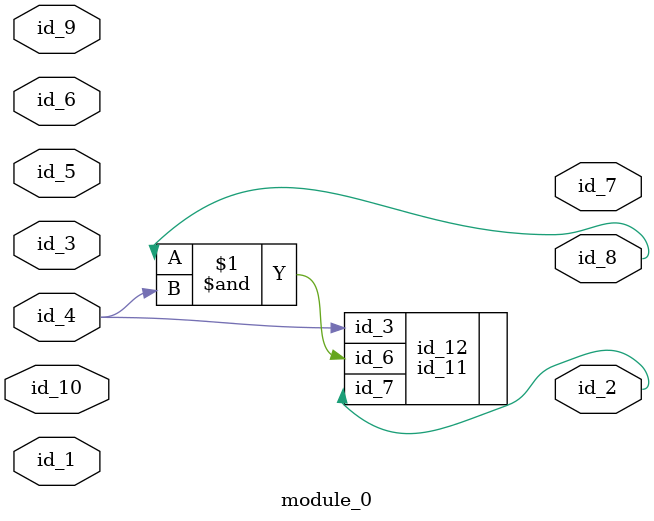
<source format=v>
module module_0 (
    id_1,
    id_2,
    id_3,
    id_4,
    id_5,
    id_6,
    id_7,
    id_8,
    id_9,
    id_10
);
  input id_10;
  input id_9;
  output id_8;
  output id_7;
  input id_6;
  input id_5;
  input id_4;
  input id_3;
  output id_2;
  input id_1;
  id_11 id_12 (
      .id_3(id_4),
      .id_6(id_8 & id_4),
      .id_7(id_2)
  );
endmodule

</source>
